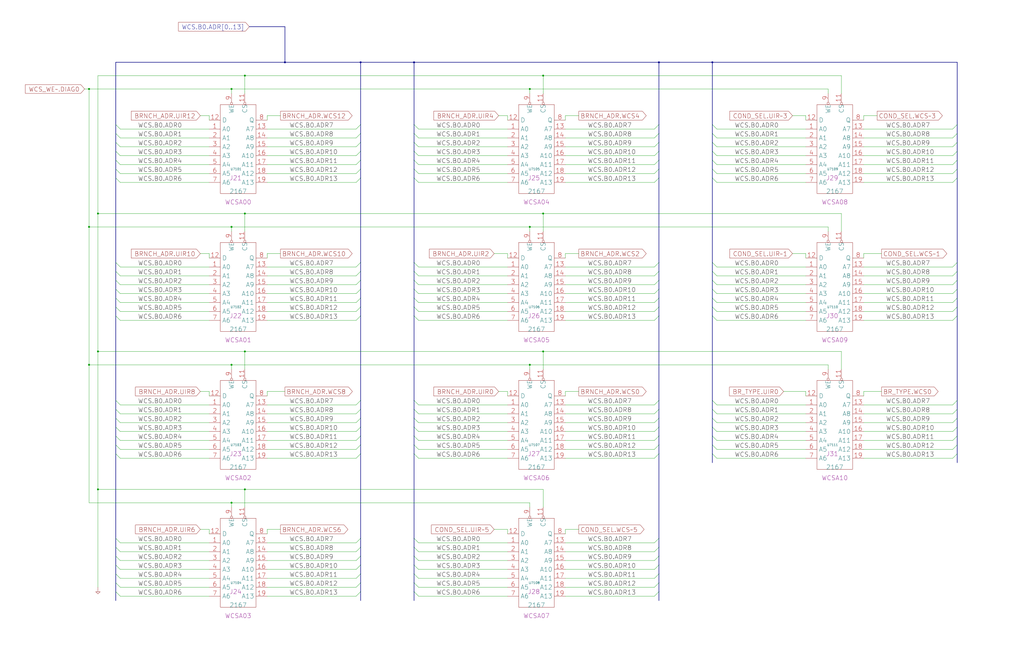
<source format=kicad_sch>
(kicad_sch (version 20230121) (generator eeschema)
  (paper "User" 584.2 378.46)
  (title_block (title "WRITABLE CONTROL STORE") (date "22-MAY-90") (rev "1.0") (comment 1 "SEQUENCER") (comment 2 "232-003064") (comment 3 "S400") (comment 4 "RELEASED"))
  (junction (at 132.08 129.54))
  (junction (at 132.08 287.02))
  (junction (at 406.4 35.56))
  (junction (at 139.7 200.66))
  (junction (at 302.26 50.8))
  (junction (at 139.7 43.18))
  (junction (at 309.88 200.66))
  (junction (at 55.88 279.4))
  (junction (at 139.7 279.4))
  (junction (at 50.8 50.8))
  (junction (at 132.08 208.28))
  (junction (at 50.8 208.28))
  (junction (at 139.7 121.92))
  (junction (at 132.08 50.8))
  (junction (at 205.74 35.56))
  (junction (at 302.26 208.28))
  (junction (at 309.88 43.18))
  (junction (at 302.26 129.54))
  (junction (at 55.88 121.92))
  (junction (at 236.22 35.56))
  (junction (at 309.88 121.92))
  (junction (at 50.8 129.54))
  (junction (at 375.92 35.56))
  (junction (at 162.56 35.56))
  (junction (at 55.88 200.66))
  (bus_entry (at 546.1 228.6) (size -2.54 2.54))
  (bus_entry (at 236.22 96.52) (size 2.54 2.54))
  (bus_entry (at 205.74 175.26) (size -2.54 2.54))
  (bus_entry (at 236.22 76.2) (size 2.54 2.54))
  (bus_entry (at 375.92 233.68) (size -2.54 2.54))
  (bus_entry (at 546.1 243.84) (size -2.54 2.54))
  (bus_entry (at 205.74 317.5) (size -2.54 2.54))
  (bus_entry (at 236.22 228.6) (size 2.54 2.54))
  (bus_entry (at 205.74 322.58) (size -2.54 2.54))
  (bus_entry (at 375.92 86.36) (size -2.54 2.54))
  (bus_entry (at 375.92 71.12) (size -2.54 2.54))
  (bus_entry (at 205.74 327.66) (size -2.54 2.54))
  (bus_entry (at 406.4 154.94) (size 2.54 2.54))
  (bus_entry (at 236.22 337.82) (size 2.54 2.54))
  (bus_entry (at 236.22 180.34) (size 2.54 2.54))
  (bus_entry (at 205.74 160.02) (size -2.54 2.54))
  (bus_entry (at 406.4 160.02) (size 2.54 2.54))
  (bus_entry (at 375.92 165.1) (size -2.54 2.54))
  (bus_entry (at 205.74 243.84) (size -2.54 2.54))
  (bus_entry (at 66.04 71.12) (size 2.54 2.54))
  (bus_entry (at 236.22 81.28) (size 2.54 2.54))
  (bus_entry (at 205.74 149.86) (size -2.54 2.54))
  (bus_entry (at 375.92 101.6) (size -2.54 2.54))
  (bus_entry (at 66.04 101.6) (size 2.54 2.54))
  (bus_entry (at 236.22 254) (size 2.54 2.54))
  (bus_entry (at 205.74 170.18) (size -2.54 2.54))
  (bus_entry (at 546.1 259.08) (size -2.54 2.54))
  (bus_entry (at 205.74 233.68) (size -2.54 2.54))
  (bus_entry (at 66.04 160.02) (size 2.54 2.54))
  (bus_entry (at 205.74 86.36) (size -2.54 2.54))
  (bus_entry (at 546.1 149.86) (size -2.54 2.54))
  (bus_entry (at 375.92 149.86) (size -2.54 2.54))
  (bus_entry (at 375.92 76.2) (size -2.54 2.54))
  (bus_entry (at 205.74 337.82) (size -2.54 2.54))
  (bus_entry (at 546.1 71.12) (size -2.54 2.54))
  (bus_entry (at 375.92 170.18) (size -2.54 2.54))
  (bus_entry (at 66.04 149.86) (size 2.54 2.54))
  (bus_entry (at 375.92 312.42) (size -2.54 2.54))
  (bus_entry (at 205.74 71.12) (size -2.54 2.54))
  (bus_entry (at 546.1 96.52) (size -2.54 2.54))
  (bus_entry (at 375.92 96.52) (size -2.54 2.54))
  (bus_entry (at 375.92 322.58) (size -2.54 2.54))
  (bus_entry (at 205.74 332.74) (size -2.54 2.54))
  (bus_entry (at 236.22 332.74) (size 2.54 2.54))
  (bus_entry (at 236.22 101.6) (size 2.54 2.54))
  (bus_entry (at 236.22 317.5) (size 2.54 2.54))
  (bus_entry (at 236.22 149.86) (size 2.54 2.54))
  (bus_entry (at 375.92 238.76) (size -2.54 2.54))
  (bus_entry (at 546.1 165.1) (size -2.54 2.54))
  (bus_entry (at 66.04 307.34) (size 2.54 2.54))
  (bus_entry (at 236.22 233.68) (size 2.54 2.54))
  (bus_entry (at 406.4 175.26) (size 2.54 2.54))
  (bus_entry (at 375.92 317.5) (size -2.54 2.54))
  (bus_entry (at 406.4 170.18) (size 2.54 2.54))
  (bus_entry (at 375.92 327.66) (size -2.54 2.54))
  (bus_entry (at 66.04 154.94) (size 2.54 2.54))
  (bus_entry (at 406.4 86.36) (size 2.54 2.54))
  (bus_entry (at 546.1 81.28) (size -2.54 2.54))
  (bus_entry (at 375.92 228.6) (size -2.54 2.54))
  (bus_entry (at 205.74 228.6) (size -2.54 2.54))
  (bus_entry (at 546.1 238.76) (size -2.54 2.54))
  (bus_entry (at 205.74 76.2) (size -2.54 2.54))
  (bus_entry (at 236.22 243.84) (size 2.54 2.54))
  (bus_entry (at 66.04 254) (size 2.54 2.54))
  (bus_entry (at 406.4 259.08) (size 2.54 2.54))
  (bus_entry (at 406.4 254) (size 2.54 2.54))
  (bus_entry (at 236.22 327.66) (size 2.54 2.54))
  (bus_entry (at 205.74 238.76) (size -2.54 2.54))
  (bus_entry (at 406.4 96.52) (size 2.54 2.54))
  (bus_entry (at 236.22 307.34) (size 2.54 2.54))
  (bus_entry (at 236.22 322.58) (size 2.54 2.54))
  (bus_entry (at 406.4 238.76) (size 2.54 2.54))
  (bus_entry (at 205.74 312.42) (size -2.54 2.54))
  (bus_entry (at 406.4 76.2) (size 2.54 2.54))
  (bus_entry (at 546.1 91.44) (size -2.54 2.54))
  (bus_entry (at 66.04 317.5) (size 2.54 2.54))
  (bus_entry (at 406.4 71.12) (size 2.54 2.54))
  (bus_entry (at 236.22 175.26) (size 2.54 2.54))
  (bus_entry (at 205.74 81.28) (size -2.54 2.54))
  (bus_entry (at 66.04 170.18) (size 2.54 2.54))
  (bus_entry (at 406.4 149.86) (size 2.54 2.54))
  (bus_entry (at 66.04 96.52) (size 2.54 2.54))
  (bus_entry (at 375.92 248.92) (size -2.54 2.54))
  (bus_entry (at 205.74 180.34) (size -2.54 2.54))
  (bus_entry (at 546.1 86.36) (size -2.54 2.54))
  (bus_entry (at 375.92 332.74) (size -2.54 2.54))
  (bus_entry (at 236.22 154.94) (size 2.54 2.54))
  (bus_entry (at 375.92 175.26) (size -2.54 2.54))
  (bus_entry (at 66.04 228.6) (size 2.54 2.54))
  (bus_entry (at 205.74 101.6) (size -2.54 2.54))
  (bus_entry (at 205.74 165.1) (size -2.54 2.54))
  (bus_entry (at 236.22 86.36) (size 2.54 2.54))
  (bus_entry (at 406.4 81.28) (size 2.54 2.54))
  (bus_entry (at 66.04 180.34) (size 2.54 2.54))
  (bus_entry (at 66.04 233.68) (size 2.54 2.54))
  (bus_entry (at 406.4 180.34) (size 2.54 2.54))
  (bus_entry (at 546.1 175.26) (size -2.54 2.54))
  (bus_entry (at 406.4 101.6) (size 2.54 2.54))
  (bus_entry (at 375.92 307.34) (size -2.54 2.54))
  (bus_entry (at 406.4 91.44) (size 2.54 2.54))
  (bus_entry (at 406.4 243.84) (size 2.54 2.54))
  (bus_entry (at 66.04 259.08) (size 2.54 2.54))
  (bus_entry (at 546.1 76.2) (size -2.54 2.54))
  (bus_entry (at 375.92 259.08) (size -2.54 2.54))
  (bus_entry (at 66.04 165.1) (size 2.54 2.54))
  (bus_entry (at 236.22 248.92) (size 2.54 2.54))
  (bus_entry (at 375.92 81.28) (size -2.54 2.54))
  (bus_entry (at 205.74 154.94) (size -2.54 2.54))
  (bus_entry (at 546.1 101.6) (size -2.54 2.54))
  (bus_entry (at 236.22 238.76) (size 2.54 2.54))
  (bus_entry (at 66.04 327.66) (size 2.54 2.54))
  (bus_entry (at 375.92 254) (size -2.54 2.54))
  (bus_entry (at 66.04 175.26) (size 2.54 2.54))
  (bus_entry (at 66.04 322.58) (size 2.54 2.54))
  (bus_entry (at 546.1 248.92) (size -2.54 2.54))
  (bus_entry (at 66.04 76.2) (size 2.54 2.54))
  (bus_entry (at 66.04 332.74) (size 2.54 2.54))
  (bus_entry (at 406.4 165.1) (size 2.54 2.54))
  (bus_entry (at 546.1 233.68) (size -2.54 2.54))
  (bus_entry (at 236.22 259.08) (size 2.54 2.54))
  (bus_entry (at 546.1 160.02) (size -2.54 2.54))
  (bus_entry (at 375.92 243.84) (size -2.54 2.54))
  (bus_entry (at 236.22 170.18) (size 2.54 2.54))
  (bus_entry (at 66.04 86.36) (size 2.54 2.54))
  (bus_entry (at 546.1 170.18) (size -2.54 2.54))
  (bus_entry (at 66.04 91.44) (size 2.54 2.54))
  (bus_entry (at 406.4 233.68) (size 2.54 2.54))
  (bus_entry (at 406.4 228.6) (size 2.54 2.54))
  (bus_entry (at 205.74 96.52) (size -2.54 2.54))
  (bus_entry (at 375.92 154.94) (size -2.54 2.54))
  (bus_entry (at 375.92 91.44) (size -2.54 2.54))
  (bus_entry (at 236.22 160.02) (size 2.54 2.54))
  (bus_entry (at 205.74 254) (size -2.54 2.54))
  (bus_entry (at 236.22 91.44) (size 2.54 2.54))
  (bus_entry (at 546.1 254) (size -2.54 2.54))
  (bus_entry (at 66.04 312.42) (size 2.54 2.54))
  (bus_entry (at 236.22 71.12) (size 2.54 2.54))
  (bus_entry (at 205.74 248.92) (size -2.54 2.54))
  (bus_entry (at 205.74 307.34) (size -2.54 2.54))
  (bus_entry (at 375.92 160.02) (size -2.54 2.54))
  (bus_entry (at 546.1 180.34) (size -2.54 2.54))
  (bus_entry (at 66.04 81.28) (size 2.54 2.54))
  (bus_entry (at 546.1 154.94) (size -2.54 2.54))
  (bus_entry (at 66.04 248.92) (size 2.54 2.54))
  (bus_entry (at 205.74 259.08) (size -2.54 2.54))
  (bus_entry (at 205.74 91.44) (size -2.54 2.54))
  (bus_entry (at 406.4 248.92) (size 2.54 2.54))
  (bus_entry (at 236.22 165.1) (size 2.54 2.54))
  (bus_entry (at 236.22 312.42) (size 2.54 2.54))
  (bus_entry (at 66.04 337.82) (size 2.54 2.54))
  (bus_entry (at 375.92 180.34) (size -2.54 2.54))
  (bus_entry (at 375.92 337.82) (size -2.54 2.54))
  (bus_entry (at 66.04 238.76) (size 2.54 2.54))
  (bus_entry (at 66.04 243.84) (size 2.54 2.54))
  (wire (pts (xy 132.08 208.28) (xy 302.26 208.28)))
  (wire (pts (xy 152.4 223.52) (xy 162.56 223.52)))
  (bus (pts (xy 66.04 76.2) (xy 66.04 81.28)))
  (bus (pts (xy 236.22 160.02) (xy 236.22 165.1)))
  (bus (pts (xy 406.4 175.26) (xy 406.4 180.34)))
  (bus (pts (xy 205.74 332.74) (xy 205.74 337.82)))
  (wire (pts (xy 408.94 88.9) (xy 459.74 88.9)))
  (bus (pts (xy 375.92 91.44) (xy 375.92 96.52)))
  (bus (pts (xy 205.74 228.6) (xy 205.74 233.68)))
  (bus (pts (xy 375.92 35.56) (xy 236.22 35.56)))
  (wire (pts (xy 281.94 302.26) (xy 289.56 302.26)))
  (bus (pts (xy 546.1 76.2) (xy 546.1 81.28)))
  (bus (pts (xy 546.1 243.84) (xy 546.1 248.92)))
  (bus (pts (xy 142.24 15.24) (xy 162.56 15.24)))
  (wire (pts (xy 152.4 157.48) (xy 203.2 157.48)))
  (wire (pts (xy 152.4 152.4) (xy 203.2 152.4)))
  (wire (pts (xy 238.76 157.48) (xy 289.56 157.48)))
  (wire (pts (xy 322.58 73.66) (xy 373.38 73.66)))
  (wire (pts (xy 408.94 261.62) (xy 459.74 261.62)))
  (wire (pts (xy 119.38 144.78) (xy 119.38 147.32)))
  (wire (pts (xy 152.4 261.62) (xy 203.2 261.62)))
  (wire (pts (xy 68.58 236.22) (xy 119.38 236.22)))
  (wire (pts (xy 114.3 302.26) (xy 119.38 302.26)))
  (wire (pts (xy 238.76 83.82) (xy 289.56 83.82)))
  (wire (pts (xy 322.58 256.54) (xy 373.38 256.54)))
  (wire (pts (xy 238.76 167.64) (xy 289.56 167.64)))
  (wire (pts (xy 50.8 287.02) (xy 132.08 287.02)))
  (bus (pts (xy 406.4 91.44) (xy 406.4 96.52)))
  (bus (pts (xy 406.4 254) (xy 406.4 259.08)))
  (wire (pts (xy 48.26 50.8) (xy 50.8 50.8)))
  (wire (pts (xy 238.76 162.56) (xy 289.56 162.56)))
  (wire (pts (xy 322.58 314.96) (xy 373.38 314.96)))
  (bus (pts (xy 205.74 154.94) (xy 205.74 160.02)))
  (wire (pts (xy 408.94 93.98) (xy 459.74 93.98)))
  (wire (pts (xy 322.58 325.12) (xy 373.38 325.12)))
  (bus (pts (xy 375.92 254) (xy 375.92 259.08)))
  (wire (pts (xy 322.58 302.26) (xy 330.2 302.26)))
  (wire (pts (xy 68.58 320.04) (xy 119.38 320.04)))
  (wire (pts (xy 492.76 162.56) (xy 543.56 162.56)))
  (wire (pts (xy 322.58 231.14) (xy 373.38 231.14)))
  (bus (pts (xy 236.22 180.34) (xy 236.22 228.6)))
  (wire (pts (xy 68.58 309.88) (xy 119.38 309.88)))
  (bus (pts (xy 66.04 175.26) (xy 66.04 180.34)))
  (wire (pts (xy 492.76 73.66) (xy 543.56 73.66)))
  (bus (pts (xy 375.92 96.52) (xy 375.92 101.6)))
  (bus (pts (xy 406.4 101.6) (xy 406.4 149.86)))
  (wire (pts (xy 132.08 208.28) (xy 132.08 210.82)))
  (bus (pts (xy 236.22 35.56) (xy 236.22 71.12)))
  (wire (pts (xy 68.58 261.62) (xy 119.38 261.62)))
  (bus (pts (xy 205.74 76.2) (xy 205.74 81.28)))
  (wire (pts (xy 68.58 182.88) (xy 119.38 182.88)))
  (bus (pts (xy 66.04 317.5) (xy 66.04 322.58)))
  (bus (pts (xy 205.74 101.6) (xy 205.74 149.86)))
  (wire (pts (xy 238.76 93.98) (xy 289.56 93.98)))
  (bus (pts (xy 205.74 91.44) (xy 205.74 96.52)))
  (bus (pts (xy 546.1 165.1) (xy 546.1 170.18)))
  (bus (pts (xy 375.92 149.86) (xy 375.92 154.94)))
  (wire (pts (xy 55.88 200.66) (xy 55.88 121.92)))
  (bus (pts (xy 66.04 96.52) (xy 66.04 101.6)))
  (wire (pts (xy 472.44 129.54) (xy 472.44 132.08)))
  (bus (pts (xy 66.04 81.28) (xy 66.04 86.36)))
  (bus (pts (xy 205.74 238.76) (xy 205.74 243.84)))
  (bus (pts (xy 375.92 322.58) (xy 375.92 327.66)))
  (wire (pts (xy 152.4 162.56) (xy 203.2 162.56)))
  (wire (pts (xy 152.4 167.64) (xy 203.2 167.64)))
  (wire (pts (xy 238.76 78.74) (xy 289.56 78.74)))
  (wire (pts (xy 152.4 340.36) (xy 203.2 340.36)))
  (bus (pts (xy 406.4 160.02) (xy 406.4 165.1)))
  (bus (pts (xy 406.4 238.76) (xy 406.4 243.84)))
  (wire (pts (xy 322.58 177.8) (xy 373.38 177.8)))
  (wire (pts (xy 309.88 121.92) (xy 309.88 132.08)))
  (bus (pts (xy 205.74 175.26) (xy 205.74 180.34)))
  (wire (pts (xy 68.58 104.14) (xy 119.38 104.14)))
  (wire (pts (xy 459.74 66.04) (xy 459.74 68.58)))
  (wire (pts (xy 492.76 99.06) (xy 543.56 99.06)))
  (bus (pts (xy 162.56 15.24) (xy 162.56 35.56)))
  (wire (pts (xy 408.94 241.3) (xy 459.74 241.3)))
  (bus (pts (xy 162.56 35.56) (xy 66.04 35.56)))
  (wire (pts (xy 238.76 251.46) (xy 289.56 251.46)))
  (wire (pts (xy 447.04 223.52) (xy 459.74 223.52)))
  (wire (pts (xy 322.58 172.72) (xy 373.38 172.72)))
  (wire (pts (xy 302.26 50.8) (xy 132.08 50.8)))
  (wire (pts (xy 322.58 83.82) (xy 373.38 83.82)))
  (wire (pts (xy 152.4 251.46) (xy 203.2 251.46)))
  (wire (pts (xy 152.4 93.98) (xy 203.2 93.98)))
  (wire (pts (xy 309.88 43.18) (xy 309.88 53.34)))
  (wire (pts (xy 408.94 78.74) (xy 459.74 78.74)))
  (bus (pts (xy 375.92 248.92) (xy 375.92 254)))
  (wire (pts (xy 68.58 172.72) (xy 119.38 172.72)))
  (wire (pts (xy 55.88 200.66) (xy 139.7 200.66)))
  (wire (pts (xy 492.76 66.04) (xy 500.38 66.04)))
  (wire (pts (xy 132.08 287.02) (xy 132.08 289.56)))
  (wire (pts (xy 119.38 223.52) (xy 119.38 226.06)))
  (wire (pts (xy 322.58 236.22) (xy 373.38 236.22)))
  (wire (pts (xy 492.76 236.22) (xy 543.56 236.22)))
  (bus (pts (xy 375.92 170.18) (xy 375.92 175.26)))
  (wire (pts (xy 408.94 104.14) (xy 459.74 104.14)))
  (wire (pts (xy 152.4 182.88) (xy 203.2 182.88)))
  (wire (pts (xy 492.76 231.14) (xy 543.56 231.14)))
  (bus (pts (xy 66.04 154.94) (xy 66.04 160.02)))
  (wire (pts (xy 302.26 129.54) (xy 472.44 129.54)))
  (wire (pts (xy 408.94 73.66) (xy 459.74 73.66)))
  (bus (pts (xy 546.1 254) (xy 546.1 259.08)))
  (wire (pts (xy 139.7 43.18) (xy 139.7 53.34)))
  (wire (pts (xy 302.26 287.02) (xy 302.26 289.56)))
  (wire (pts (xy 309.88 43.18) (xy 480.06 43.18)))
  (bus (pts (xy 66.04 322.58) (xy 66.04 327.66)))
  (wire (pts (xy 322.58 330.2) (xy 373.38 330.2)))
  (bus (pts (xy 66.04 91.44) (xy 66.04 96.52)))
  (bus (pts (xy 205.74 170.18) (xy 205.74 175.26)))
  (wire (pts (xy 152.4 177.8) (xy 203.2 177.8)))
  (bus (pts (xy 375.92 165.1) (xy 375.92 170.18)))
  (wire (pts (xy 408.94 256.54) (xy 459.74 256.54)))
  (bus (pts (xy 205.74 149.86) (xy 205.74 154.94)))
  (wire (pts (xy 322.58 99.06) (xy 373.38 99.06)))
  (wire (pts (xy 492.76 246.38) (xy 543.56 246.38)))
  (bus (pts (xy 205.74 86.36) (xy 205.74 91.44)))
  (wire (pts (xy 50.8 50.8) (xy 50.8 129.54)))
  (bus (pts (xy 375.92 238.76) (xy 375.92 243.84)))
  (wire (pts (xy 408.94 83.82) (xy 459.74 83.82)))
  (wire (pts (xy 302.26 129.54) (xy 302.26 132.08)))
  (wire (pts (xy 322.58 78.74) (xy 373.38 78.74)))
  (bus (pts (xy 546.1 233.68) (xy 546.1 238.76)))
  (wire (pts (xy 322.58 93.98) (xy 373.38 93.98)))
  (wire (pts (xy 408.94 236.22) (xy 459.74 236.22)))
  (wire (pts (xy 322.58 66.04) (xy 322.58 68.58)))
  (wire (pts (xy 152.4 73.66) (xy 203.2 73.66)))
  (bus (pts (xy 546.1 180.34) (xy 546.1 228.6)))
  (bus (pts (xy 66.04 238.76) (xy 66.04 243.84)))
  (wire (pts (xy 55.88 121.92) (xy 55.88 43.18)))
  (wire (pts (xy 68.58 73.66) (xy 119.38 73.66)))
  (bus (pts (xy 205.74 233.68) (xy 205.74 238.76)))
  (bus (pts (xy 546.1 228.6) (xy 546.1 233.68)))
  (wire (pts (xy 492.76 251.46) (xy 543.56 251.46)))
  (bus (pts (xy 205.74 317.5) (xy 205.74 322.58)))
  (wire (pts (xy 492.76 177.8) (xy 543.56 177.8)))
  (wire (pts (xy 289.56 144.78) (xy 289.56 147.32)))
  (bus (pts (xy 375.92 35.56) (xy 375.92 71.12)))
  (wire (pts (xy 322.58 320.04) (xy 373.38 320.04)))
  (wire (pts (xy 55.88 279.4) (xy 55.88 335.28)))
  (wire (pts (xy 322.58 182.88) (xy 373.38 182.88)))
  (wire (pts (xy 152.4 66.04) (xy 152.4 68.58)))
  (wire (pts (xy 330.2 144.78) (xy 322.58 144.78)))
  (bus (pts (xy 66.04 149.86) (xy 66.04 154.94)))
  (bus (pts (xy 66.04 170.18) (xy 66.04 175.26)))
  (bus (pts (xy 406.4 71.12) (xy 406.4 76.2)))
  (wire (pts (xy 238.76 152.4) (xy 289.56 152.4)))
  (bus (pts (xy 375.92 81.28) (xy 375.92 86.36)))
  (wire (pts (xy 238.76 330.2) (xy 289.56 330.2)))
  (bus (pts (xy 236.22 35.56) (xy 205.74 35.56)))
  (wire (pts (xy 152.4 246.38) (xy 203.2 246.38)))
  (wire (pts (xy 152.4 83.82) (xy 203.2 83.82)))
  (wire (pts (xy 50.8 129.54) (xy 50.8 208.28)))
  (bus (pts (xy 375.92 332.74) (xy 375.92 337.82)))
  (wire (pts (xy 289.56 223.52) (xy 289.56 226.06)))
  (wire (pts (xy 309.88 200.66) (xy 309.88 210.82)))
  (bus (pts (xy 406.4 243.84) (xy 406.4 248.92)))
  (bus (pts (xy 205.74 312.42) (xy 205.74 317.5)))
  (wire (pts (xy 160.02 66.04) (xy 152.4 66.04)))
  (wire (pts (xy 152.4 325.12) (xy 203.2 325.12)))
  (bus (pts (xy 375.92 317.5) (xy 375.92 322.58)))
  (wire (pts (xy 68.58 157.48) (xy 119.38 157.48)))
  (bus (pts (xy 406.4 81.28) (xy 406.4 86.36)))
  (wire (pts (xy 284.48 66.04) (xy 289.56 66.04)))
  (wire (pts (xy 68.58 231.14) (xy 119.38 231.14)))
  (wire (pts (xy 152.4 330.2) (xy 203.2 330.2)))
  (wire (pts (xy 68.58 177.8) (xy 119.38 177.8)))
  (wire (pts (xy 132.08 129.54) (xy 132.08 132.08)))
  (bus (pts (xy 406.4 154.94) (xy 406.4 160.02)))
  (bus (pts (xy 66.04 86.36) (xy 66.04 91.44)))
  (bus (pts (xy 375.92 86.36) (xy 375.92 91.44)))
  (bus (pts (xy 236.22 322.58) (xy 236.22 327.66)))
  (bus (pts (xy 236.22 254) (xy 236.22 259.08)))
  (wire (pts (xy 238.76 246.38) (xy 289.56 246.38)))
  (wire (pts (xy 459.74 144.78) (xy 459.74 147.32)))
  (wire (pts (xy 492.76 83.82) (xy 543.56 83.82)))
  (wire (pts (xy 408.94 231.14) (xy 459.74 231.14)))
  (bus (pts (xy 375.92 101.6) (xy 375.92 149.86)))
  (wire (pts (xy 152.4 302.26) (xy 160.02 302.26)))
  (bus (pts (xy 66.04 35.56) (xy 66.04 71.12)))
  (wire (pts (xy 119.38 66.04) (xy 119.38 68.58)))
  (bus (pts (xy 406.4 259.08) (xy 406.4 264.16)))
  (wire (pts (xy 322.58 88.9) (xy 373.38 88.9)))
  (wire (pts (xy 238.76 88.9) (xy 289.56 88.9)))
  (bus (pts (xy 205.74 327.66) (xy 205.74 332.74)))
  (wire (pts (xy 408.94 251.46) (xy 459.74 251.46)))
  (wire (pts (xy 492.76 261.62) (xy 543.56 261.62)))
  (bus (pts (xy 205.74 307.34) (xy 205.74 312.42)))
  (wire (pts (xy 50.8 208.28) (xy 50.8 287.02)))
  (wire (pts (xy 152.4 226.06) (xy 152.4 223.52)))
  (bus (pts (xy 375.92 175.26) (xy 375.92 180.34)))
  (wire (pts (xy 322.58 226.06) (xy 322.58 223.52)))
  (wire (pts (xy 309.88 121.92) (xy 480.06 121.92)))
  (bus (pts (xy 236.22 71.12) (xy 236.22 76.2)))
  (bus (pts (xy 406.4 248.92) (xy 406.4 254)))
  (wire (pts (xy 322.58 162.56) (xy 373.38 162.56)))
  (bus (pts (xy 66.04 254) (xy 66.04 259.08)))
  (wire (pts (xy 408.94 172.72) (xy 459.74 172.72)))
  (wire (pts (xy 139.7 279.4) (xy 139.7 289.56)))
  (bus (pts (xy 205.74 254) (xy 205.74 259.08)))
  (bus (pts (xy 546.1 35.56) (xy 546.1 71.12)))
  (wire (pts (xy 68.58 335.28) (xy 119.38 335.28)))
  (bus (pts (xy 66.04 243.84) (xy 66.04 248.92)))
  (wire (pts (xy 238.76 177.8) (xy 289.56 177.8)))
  (wire (pts (xy 309.88 200.66) (xy 480.06 200.66)))
  (wire (pts (xy 289.56 66.04) (xy 289.56 68.58)))
  (bus (pts (xy 205.74 71.12) (xy 205.74 76.2)))
  (wire (pts (xy 322.58 246.38) (xy 373.38 246.38)))
  (bus (pts (xy 236.22 96.52) (xy 236.22 101.6)))
  (wire (pts (xy 68.58 340.36) (xy 119.38 340.36)))
  (wire (pts (xy 492.76 167.64) (xy 543.56 167.64)))
  (bus (pts (xy 66.04 160.02) (xy 66.04 165.1)))
  (wire (pts (xy 68.58 83.82) (xy 119.38 83.82)))
  (bus (pts (xy 236.22 149.86) (xy 236.22 154.94)))
  (wire (pts (xy 492.76 88.9) (xy 543.56 88.9)))
  (wire (pts (xy 114.3 144.78) (xy 119.38 144.78)))
  (bus (pts (xy 205.74 259.08) (xy 205.74 307.34)))
  (wire (pts (xy 68.58 251.46) (xy 119.38 251.46)))
  (wire (pts (xy 152.4 335.28) (xy 203.2 335.28)))
  (wire (pts (xy 408.94 246.38) (xy 459.74 246.38)))
  (bus (pts (xy 406.4 96.52) (xy 406.4 101.6)))
  (wire (pts (xy 284.48 223.52) (xy 289.56 223.52)))
  (bus (pts (xy 205.74 35.56) (xy 205.74 71.12)))
  (wire (pts (xy 281.94 144.78) (xy 289.56 144.78)))
  (bus (pts (xy 205.74 35.56) (xy 162.56 35.56)))
  (bus (pts (xy 236.22 86.36) (xy 236.22 91.44)))
  (wire (pts (xy 492.76 104.14) (xy 543.56 104.14)))
  (bus (pts (xy 375.92 233.68) (xy 375.92 238.76)))
  (bus (pts (xy 375.92 259.08) (xy 375.92 307.34)))
  (wire (pts (xy 238.76 241.3) (xy 289.56 241.3)))
  (wire (pts (xy 152.4 88.9) (xy 203.2 88.9)))
  (wire (pts (xy 68.58 330.2) (xy 119.38 330.2)))
  (wire (pts (xy 408.94 177.8) (xy 459.74 177.8)))
  (bus (pts (xy 66.04 101.6) (xy 66.04 149.86)))
  (bus (pts (xy 66.04 337.82) (xy 66.04 342.9)))
  (bus (pts (xy 546.1 86.36) (xy 546.1 91.44)))
  (bus (pts (xy 236.22 337.82) (xy 236.22 342.9)))
  (wire (pts (xy 68.58 152.4) (xy 119.38 152.4)))
  (wire (pts (xy 330.2 66.04) (xy 322.58 66.04)))
  (wire (pts (xy 302.26 208.28) (xy 472.44 208.28)))
  (wire (pts (xy 132.08 129.54) (xy 302.26 129.54)))
  (wire (pts (xy 152.4 309.88) (xy 203.2 309.88)))
  (bus (pts (xy 66.04 233.68) (xy 66.04 238.76)))
  (bus (pts (xy 375.92 307.34) (xy 375.92 312.42)))
  (bus (pts (xy 236.22 307.34) (xy 236.22 312.42)))
  (wire (pts (xy 55.88 121.92) (xy 139.7 121.92)))
  (wire (pts (xy 408.94 152.4) (xy 459.74 152.4)))
  (bus (pts (xy 236.22 91.44) (xy 236.22 96.52)))
  (wire (pts (xy 322.58 223.52) (xy 330.2 223.52)))
  (wire (pts (xy 152.4 241.3) (xy 203.2 241.3)))
  (wire (pts (xy 68.58 314.96) (xy 119.38 314.96)))
  (bus (pts (xy 406.4 149.86) (xy 406.4 154.94)))
  (wire (pts (xy 472.44 208.28) (xy 472.44 210.82)))
  (wire (pts (xy 408.94 182.88) (xy 459.74 182.88)))
  (bus (pts (xy 546.1 175.26) (xy 546.1 180.34)))
  (wire (pts (xy 322.58 152.4) (xy 373.38 152.4)))
  (wire (pts (xy 480.06 43.18) (xy 480.06 53.34)))
  (wire (pts (xy 492.76 241.3) (xy 543.56 241.3)))
  (wire (pts (xy 68.58 241.3) (xy 119.38 241.3)))
  (bus (pts (xy 406.4 86.36) (xy 406.4 91.44)))
  (wire (pts (xy 492.76 78.74) (xy 543.56 78.74)))
  (wire (pts (xy 152.4 304.8) (xy 152.4 302.26)))
  (bus (pts (xy 66.04 228.6) (xy 66.04 233.68)))
  (bus (pts (xy 375.92 160.02) (xy 375.92 165.1)))
  (bus (pts (xy 236.22 248.92) (xy 236.22 254)))
  (wire (pts (xy 132.08 287.02) (xy 302.26 287.02)))
  (bus (pts (xy 375.92 228.6) (xy 375.92 233.68)))
  (wire (pts (xy 132.08 50.8) (xy 50.8 50.8)))
  (wire (pts (xy 302.26 208.28) (xy 302.26 210.82)))
  (bus (pts (xy 375.92 327.66) (xy 375.92 332.74)))
  (bus (pts (xy 236.22 170.18) (xy 236.22 175.26)))
  (wire (pts (xy 152.4 144.78) (xy 152.4 147.32)))
  (bus (pts (xy 205.74 165.1) (xy 205.74 170.18)))
  (wire (pts (xy 152.4 78.74) (xy 203.2 78.74)))
  (wire (pts (xy 68.58 167.64) (xy 119.38 167.64)))
  (wire (pts (xy 492.76 157.48) (xy 543.56 157.48)))
  (wire (pts (xy 139.7 43.18) (xy 309.88 43.18)))
  (wire (pts (xy 119.38 302.26) (xy 119.38 304.8)))
  (wire (pts (xy 492.76 93.98) (xy 543.56 93.98)))
  (bus (pts (xy 236.22 312.42) (xy 236.22 317.5)))
  (bus (pts (xy 375.92 180.34) (xy 375.92 228.6)))
  (bus (pts (xy 236.22 238.76) (xy 236.22 243.84)))
  (wire (pts (xy 322.58 340.36) (xy 373.38 340.36)))
  (bus (pts (xy 375.92 76.2) (xy 375.92 81.28)))
  (bus (pts (xy 66.04 327.66) (xy 66.04 332.74)))
  (wire (pts (xy 238.76 314.96) (xy 289.56 314.96)))
  (bus (pts (xy 205.74 180.34) (xy 205.74 228.6)))
  (bus (pts (xy 546.1 71.12) (xy 546.1 76.2)))
  (wire (pts (xy 152.4 320.04) (xy 203.2 320.04)))
  (wire (pts (xy 322.58 104.14) (xy 373.38 104.14)))
  (wire (pts (xy 492.76 152.4) (xy 543.56 152.4)))
  (bus (pts (xy 546.1 259.08) (xy 546.1 264.16)))
  (bus (pts (xy 236.22 332.74) (xy 236.22 337.82)))
  (wire (pts (xy 322.58 251.46) (xy 373.38 251.46)))
  (bus (pts (xy 66.04 180.34) (xy 66.04 228.6)))
  (bus (pts (xy 375.92 243.84) (xy 375.92 248.92)))
  (wire (pts (xy 152.4 236.22) (xy 203.2 236.22)))
  (wire (pts (xy 160.02 144.78) (xy 152.4 144.78)))
  (wire (pts (xy 238.76 309.88) (xy 289.56 309.88)))
  (wire (pts (xy 68.58 246.38) (xy 119.38 246.38)))
  (bus (pts (xy 236.22 76.2) (xy 236.22 81.28)))
  (bus (pts (xy 546.1 96.52) (xy 546.1 101.6)))
  (wire (pts (xy 492.76 182.88) (xy 543.56 182.88)))
  (bus (pts (xy 66.04 307.34) (xy 66.04 312.42)))
  (bus (pts (xy 406.4 165.1) (xy 406.4 170.18)))
  (wire (pts (xy 114.3 66.04) (xy 119.38 66.04)))
  (bus (pts (xy 406.4 170.18) (xy 406.4 175.26)))
  (bus (pts (xy 406.4 35.56) (xy 375.92 35.56)))
  (bus (pts (xy 66.04 165.1) (xy 66.04 170.18)))
  (bus (pts (xy 546.1 101.6) (xy 546.1 149.86)))
  (wire (pts (xy 480.06 132.08) (xy 480.06 121.92)))
  (wire (pts (xy 152.4 256.54) (xy 203.2 256.54)))
  (wire (pts (xy 452.12 144.78) (xy 459.74 144.78)))
  (bus (pts (xy 546.1 91.44) (xy 546.1 96.52)))
  (bus (pts (xy 205.74 248.92) (xy 205.74 254)))
  (wire (pts (xy 492.76 147.32) (xy 492.76 144.78)))
  (wire (pts (xy 238.76 261.62) (xy 289.56 261.62)))
  (wire (pts (xy 289.56 302.26) (xy 289.56 304.8)))
  (bus (pts (xy 205.74 96.52) (xy 205.74 101.6)))
  (bus (pts (xy 546.1 238.76) (xy 546.1 243.84)))
  (wire (pts (xy 238.76 236.22) (xy 289.56 236.22)))
  (bus (pts (xy 236.22 327.66) (xy 236.22 332.74)))
  (wire (pts (xy 322.58 144.78) (xy 322.58 147.32)))
  (bus (pts (xy 546.1 160.02) (xy 546.1 165.1)))
  (bus (pts (xy 66.04 312.42) (xy 66.04 317.5)))
  (bus (pts (xy 236.22 228.6) (xy 236.22 233.68)))
  (wire (pts (xy 68.58 325.12) (xy 119.38 325.12)))
  (wire (pts (xy 492.76 172.72) (xy 543.56 172.72)))
  (wire (pts (xy 152.4 104.14) (xy 203.2 104.14)))
  (wire (pts (xy 238.76 73.66) (xy 289.56 73.66)))
  (wire (pts (xy 152.4 172.72) (xy 203.2 172.72)))
  (wire (pts (xy 322.58 309.88) (xy 373.38 309.88)))
  (wire (pts (xy 492.76 223.52) (xy 502.92 223.52)))
  (wire (pts (xy 322.58 261.62) (xy 373.38 261.62)))
  (bus (pts (xy 375.92 154.94) (xy 375.92 160.02)))
  (bus (pts (xy 406.4 233.68) (xy 406.4 238.76)))
  (wire (pts (xy 55.88 43.18) (xy 139.7 43.18)))
  (wire (pts (xy 68.58 88.9) (xy 119.38 88.9)))
  (wire (pts (xy 68.58 93.98) (xy 119.38 93.98)))
  (wire (pts (xy 139.7 200.66) (xy 309.88 200.66)))
  (bus (pts (xy 236.22 81.28) (xy 236.22 86.36)))
  (bus (pts (xy 406.4 228.6) (xy 406.4 233.68)))
  (bus (pts (xy 406.4 76.2) (xy 406.4 81.28)))
  (wire (pts (xy 68.58 162.56) (xy 119.38 162.56)))
  (wire (pts (xy 238.76 325.12) (xy 289.56 325.12)))
  (bus (pts (xy 375.92 312.42) (xy 375.92 317.5)))
  (bus (pts (xy 205.74 160.02) (xy 205.74 165.1)))
  (wire (pts (xy 139.7 121.92) (xy 139.7 132.08)))
  (wire (pts (xy 322.58 241.3) (xy 373.38 241.3)))
  (wire (pts (xy 302.26 50.8) (xy 302.26 53.34)))
  (wire (pts (xy 238.76 182.88) (xy 289.56 182.88)))
  (wire (pts (xy 492.76 226.06) (xy 492.76 223.52)))
  (wire (pts (xy 408.94 167.64) (xy 459.74 167.64)))
  (wire (pts (xy 152.4 314.96) (xy 203.2 314.96)))
  (wire (pts (xy 139.7 200.66) (xy 139.7 210.82)))
  (bus (pts (xy 406.4 35.56) (xy 406.4 71.12)))
  (bus (pts (xy 546.1 248.92) (xy 546.1 254)))
  (wire (pts (xy 238.76 172.72) (xy 289.56 172.72)))
  (bus (pts (xy 546.1 149.86) (xy 546.1 154.94)))
  (bus (pts (xy 236.22 259.08) (xy 236.22 307.34)))
  (bus (pts (xy 406.4 180.34) (xy 406.4 228.6)))
  (bus (pts (xy 546.1 81.28) (xy 546.1 86.36)))
  (bus (pts (xy 236.22 243.84) (xy 236.22 248.92)))
  (wire (pts (xy 114.3 223.52) (xy 119.38 223.52)))
  (bus (pts (xy 66.04 332.74) (xy 66.04 337.82)))
  (wire (pts (xy 238.76 256.54) (xy 289.56 256.54)))
  (wire (pts (xy 238.76 231.14) (xy 289.56 231.14)))
  (wire (pts (xy 472.44 50.8) (xy 302.26 50.8)))
  (wire (pts (xy 459.74 223.52) (xy 459.74 226.06)))
  (bus (pts (xy 375.92 71.12) (xy 375.92 76.2)))
  (wire (pts (xy 238.76 104.14) (xy 289.56 104.14)))
  (wire (pts (xy 492.76 144.78) (xy 502.92 144.78)))
  (bus (pts (xy 66.04 259.08) (xy 66.04 307.34)))
  (wire (pts (xy 152.4 99.06) (xy 203.2 99.06)))
  (wire (pts (xy 480.06 210.82) (xy 480.06 200.66)))
  (bus (pts (xy 236.22 175.26) (xy 236.22 180.34)))
  (bus (pts (xy 375.92 337.82) (xy 375.92 342.9)))
  (wire (pts (xy 238.76 320.04) (xy 289.56 320.04)))
  (wire (pts (xy 139.7 121.92) (xy 309.88 121.92)))
  (bus (pts (xy 205.74 243.84) (xy 205.74 248.92)))
  (wire (pts (xy 408.94 157.48) (xy 459.74 157.48)))
  (wire (pts (xy 322.58 335.28) (xy 373.38 335.28)))
  (bus (pts (xy 236.22 317.5) (xy 236.22 322.58)))
  (wire (pts (xy 238.76 335.28) (xy 289.56 335.28)))
  (wire (pts (xy 472.44 53.34) (xy 472.44 50.8)))
  (wire (pts (xy 55.88 279.4) (xy 55.88 200.66)))
  (bus (pts (xy 236.22 233.68) (xy 236.22 238.76)))
  (wire (pts (xy 322.58 304.8) (xy 322.58 302.26)))
  (wire (pts (xy 50.8 208.28) (xy 132.08 208.28)))
  (wire (pts (xy 309.88 289.56) (xy 309.88 279.4)))
  (bus (pts (xy 236.22 154.94) (xy 236.22 160.02)))
  (wire (pts (xy 139.7 279.4) (xy 55.88 279.4)))
  (bus (pts (xy 66.04 71.12) (xy 66.04 76.2)))
  (wire (pts (xy 492.76 256.54) (xy 543.56 256.54)))
  (wire (pts (xy 322.58 157.48) (xy 373.38 157.48)))
  (bus (pts (xy 66.04 248.92) (xy 66.04 254)))
  (wire (pts (xy 50.8 129.54) (xy 132.08 129.54)))
  (wire (pts (xy 68.58 78.74) (xy 119.38 78.74)))
  (wire (pts (xy 408.94 162.56) (xy 459.74 162.56)))
  (bus (pts (xy 205.74 322.58) (xy 205.74 327.66)))
  (wire (pts (xy 238.76 340.36) (xy 289.56 340.36)))
  (bus (pts (xy 236.22 165.1) (xy 236.22 170.18)))
  (wire (pts (xy 132.08 50.8) (xy 132.08 53.34)))
  (bus (pts (xy 205.74 81.28) (xy 205.74 86.36)))
  (bus (pts (xy 205.74 337.82) (xy 205.74 342.9)))
  (wire (pts (xy 492.76 68.58) (xy 492.76 66.04)))
  (wire (pts (xy 408.94 99.06) (xy 459.74 99.06)))
  (wire (pts (xy 452.12 66.04) (xy 459.74 66.04)))
  (wire (pts (xy 68.58 256.54) (xy 119.38 256.54)))
  (bus (pts (xy 546.1 170.18) (xy 546.1 175.26)))
  (wire (pts (xy 322.58 167.64) (xy 373.38 167.64)))
  (bus (pts (xy 236.22 101.6) (xy 236.22 149.86)))
  (bus (pts (xy 546.1 154.94) (xy 546.1 160.02)))
  (wire (pts (xy 152.4 231.14) (xy 203.2 231.14)))
  (wire (pts (xy 238.76 99.06) (xy 289.56 99.06)))
  (wire (pts (xy 68.58 99.06) (xy 119.38 99.06)))
  (bus (pts (xy 546.1 35.56) (xy 406.4 35.56)))
  (wire (pts (xy 309.88 279.4) (xy 139.7 279.4)))
  (label "WCS.B0.ADR12" (at 505.46 99.06 0) (effects (font (size 2.54 2.54))))
  (label "WCS.B0.ADR6" (at 419.1 261.62 0) (effects (font (size 2.54 2.54))))
  (label "WCS.B0.ADR0" (at 419.1 152.4 0) (effects (font (size 2.54 2.54))))
  (label "WCS.B0.ADR1" (at 78.74 314.96 0) (effects (font (size 2.54 2.54))))
  (label "WCS.B0.ADR1" (at 78.74 157.48 0) (effects (font (size 2.54 2.54))))
  (label "WCS.B0.ADR12" (at 335.28 177.8 0) (effects (font (size 2.54 2.54))))
  (label "WCS.B0.ADR7" (at 335.28 152.4 0) (effects (font (size 2.54 2.54))))
  (label "WCS.B0.ADR0" (at 248.92 231.14 0) (effects (font (size 2.54 2.54))))
  (label "WCS.B0.ADR2" (at 78.74 320.04 0) (effects (font (size 2.54 2.54))))
  (label "WCS.B0.ADR11" (at 165.1 251.46 0) (effects (font (size 2.54 2.54))))
  (label "WCS.B0.ADR10" (at 505.46 88.9 0) (effects (font (size 2.54 2.54))))
  (label "WCS.B0.ADR5" (at 419.1 256.54 0) (effects (font (size 2.54 2.54))))
  (label "WCS.B0.ADR1" (at 419.1 236.22 0) (effects (font (size 2.54 2.54))))
  (label "WCS.B0.ADR9" (at 165.1 162.56 0) (effects (font (size 2.54 2.54))))
  (label "WCS.B0.ADR13" (at 165.1 261.62 0) (effects (font (size 2.54 2.54))))
  (label "WCS.B0.ADR4" (at 248.92 330.2 0) (effects (font (size 2.54 2.54))))
  (label "WCS.B0.ADR13" (at 335.28 340.36 0) (effects (font (size 2.54 2.54))))
  (label "WCS.B0.ADR8" (at 335.28 78.74 0) (effects (font (size 2.54 2.54))))
  (label "WCS.B0.ADR8" (at 165.1 78.74 0) (effects (font (size 2.54 2.54))))
  (label "WCS.B0.ADR2" (at 248.92 162.56 0) (effects (font (size 2.54 2.54))))
  (label "WCS.B0.ADR10" (at 335.28 88.9 0) (effects (font (size 2.54 2.54))))
  (label "WCS.B0.ADR0" (at 419.1 73.66 0) (effects (font (size 2.54 2.54))))
  (label "WCS.B0.ADR2" (at 248.92 83.82 0) (effects (font (size 2.54 2.54))))
  (label "WCS.B0.ADR10" (at 335.28 325.12 0) (effects (font (size 2.54 2.54))))
  (label "WCS.B0.ADR8" (at 165.1 314.96 0) (effects (font (size 2.54 2.54))))
  (label "WCS.B0.ADR8" (at 505.46 78.74 0) (effects (font (size 2.54 2.54))))
  (label "WCS.B0.ADR10" (at 165.1 88.9 0) (effects (font (size 2.54 2.54))))
  (label "WCS.B0.ADR6" (at 419.1 182.88 0) (effects (font (size 2.54 2.54))))
  (label "WCS.B0.ADR6" (at 78.74 182.88 0) (effects (font (size 2.54 2.54))))
  (label "WCS.B0.ADR9" (at 505.46 83.82 0) (effects (font (size 2.54 2.54))))
  (label "WCS.B0.ADR2" (at 78.74 83.82 0) (effects (font (size 2.54 2.54))))
  (label "WCS.B0.ADR5" (at 248.92 99.06 0) (effects (font (size 2.54 2.54))))
  (label "WCS.B0.ADR5" (at 78.74 177.8 0) (effects (font (size 2.54 2.54))))
  (label "WCS.B0.ADR7" (at 335.28 231.14 0) (effects (font (size 2.54 2.54))))
  (label "WCS.B0.ADR4" (at 78.74 330.2 0) (effects (font (size 2.54 2.54))))
  (label "WCS.B0.ADR6" (at 419.1 104.14 0) (effects (font (size 2.54 2.54))))
  (label "WCS.B0.ADR11" (at 505.46 172.72 0) (effects (font (size 2.54 2.54))))
  (label "WCS.B0.ADR1" (at 248.92 314.96 0) (effects (font (size 2.54 2.54))))
  (label "WCS.B0.ADR13" (at 335.28 104.14 0) (effects (font (size 2.54 2.54))))
  (label "WCS.B0.ADR9" (at 335.28 83.82 0) (effects (font (size 2.54 2.54))))
  (label "WCS.B0.ADR4" (at 419.1 172.72 0) (effects (font (size 2.54 2.54))))
  (label "WCS.B0.ADR13" (at 165.1 340.36 0) (effects (font (size 2.54 2.54))))
  (label "WCS.B0.ADR9" (at 335.28 241.3 0) (effects (font (size 2.54 2.54))))
  (label "WCS.B0.ADR0" (at 248.92 309.88 0) (effects (font (size 2.54 2.54))))
  (label "WCS.B0.ADR3" (at 78.74 167.64 0) (effects (font (size 2.54 2.54))))
  (label "WCS.B0.ADR8" (at 335.28 236.22 0) (effects (font (size 2.54 2.54))))
  (label "WCS.B0.ADR1" (at 419.1 157.48 0) (effects (font (size 2.54 2.54))))
  (label "WCS.B0.ADR9" (at 165.1 320.04 0) (effects (font (size 2.54 2.54))))
  (label "WCS.B0.ADR3" (at 248.92 246.38 0) (effects (font (size 2.54 2.54))))
  (label "WCS.B0.ADR7" (at 165.1 231.14 0) (effects (font (size 2.54 2.54))))
  (label "WCS.B0.ADR4" (at 248.92 172.72 0) (effects (font (size 2.54 2.54))))
  (label "WCS.B0.ADR7" (at 165.1 152.4 0) (effects (font (size 2.54 2.54))))
  (label "WCS.B0.ADR9" (at 505.46 241.3 0) (effects (font (size 2.54 2.54))))
  (label "WCS.B0.ADR8" (at 165.1 236.22 0) (effects (font (size 2.54 2.54))))
  (label "WCS.B0.ADR1" (at 248.92 157.48 0) (effects (font (size 2.54 2.54))))
  (label "WCS.B0.ADR13" (at 505.46 261.62 0) (effects (font (size 2.54 2.54))))
  (label "WCS.B0.ADR1" (at 419.1 78.74 0) (effects (font (size 2.54 2.54))))
  (label "WCS.B0.ADR12" (at 165.1 335.28 0) (effects (font (size 2.54 2.54))))
  (label "WCS.B0.ADR5" (at 78.74 256.54 0) (effects (font (size 2.54 2.54))))
  (label "WCS.B0.ADR10" (at 505.46 167.64 0) (effects (font (size 2.54 2.54))))
  (label "WCS.B0.ADR9" (at 505.46 162.56 0) (effects (font (size 2.54 2.54))))
  (label "WCS.B0.ADR12" (at 505.46 177.8 0) (effects (font (size 2.54 2.54))))
  (label "WCS.B0.ADR12" (at 335.28 99.06 0) (effects (font (size 2.54 2.54))))
  (label "WCS.B0.ADR11" (at 505.46 93.98 0) (effects (font (size 2.54 2.54))))
  (label "WCS.B0.ADR0" (at 248.92 73.66 0) (effects (font (size 2.54 2.54))))
  (label "WCS.B0.ADR10" (at 165.1 246.38 0) (effects (font (size 2.54 2.54))))
  (label "WCS.B0.ADR1" (at 78.74 236.22 0) (effects (font (size 2.54 2.54))))
  (label "WCS.B0.ADR11" (at 165.1 330.2 0) (effects (font (size 2.54 2.54))))
  (label "WCS.B0.ADR10" (at 335.28 246.38 0) (effects (font (size 2.54 2.54))))
  (label "WCS.B0.ADR6" (at 248.92 261.62 0) (effects (font (size 2.54 2.54))))
  (label "WCS.B0.ADR12" (at 165.1 177.8 0) (effects (font (size 2.54 2.54))))
  (label "WCS.B0.ADR7" (at 505.46 73.66 0) (effects (font (size 2.54 2.54))))
  (label "WCS.B0.ADR5" (at 248.92 177.8 0) (effects (font (size 2.54 2.54))))
  (label "WCS.B0.ADR12" (at 165.1 99.06 0) (effects (font (size 2.54 2.54))))
  (label "WCS.B0.ADR11" (at 505.46 251.46 0) (effects (font (size 2.54 2.54))))
  (label "WCS.B0.ADR3" (at 78.74 88.9 0) (effects (font (size 2.54 2.54))))
  (label "WCS.B0.ADR2" (at 248.92 241.3 0) (effects (font (size 2.54 2.54))))
  (label "WCS.B0.ADR11" (at 335.28 251.46 0) (effects (font (size 2.54 2.54))))
  (label "WCS.B0.ADR5" (at 78.74 335.28 0) (effects (font (size 2.54 2.54))))
  (label "WCS.B0.ADR12" (at 165.1 256.54 0) (effects (font (size 2.54 2.54))))
  (label "WCS.B0.ADR13" (at 335.28 182.88 0) (effects (font (size 2.54 2.54))))
  (label "WCS.B0.ADR2" (at 248.92 320.04 0) (effects (font (size 2.54 2.54))))
  (label "WCS.B0.ADR3" (at 419.1 246.38 0) (effects (font (size 2.54 2.54))))
  (label "WCS.B0.ADR6" (at 248.92 182.88 0) (effects (font (size 2.54 2.54))))
  (label "WCS.B0.ADR10" (at 165.1 325.12 0) (effects (font (size 2.54 2.54))))
  (label "WCS.B0.ADR4" (at 78.74 93.98 0) (effects (font (size 2.54 2.54))))
  (label "WCS.B0.ADR13" (at 335.28 261.62 0) (effects (font (size 2.54 2.54))))
  (label "WCS.B0.ADR3" (at 248.92 88.9 0) (effects (font (size 2.54 2.54))))
  (label "WCS.B0.ADR3" (at 419.1 167.64 0) (effects (font (size 2.54 2.54))))
  (label "WCS.B0.ADR12" (at 335.28 335.28 0) (effects (font (size 2.54 2.54))))
  (label "WCS.B0.ADR11" (at 335.28 172.72 0) (effects (font (size 2.54 2.54))))
  (label "WCS.B0.ADR13" (at 165.1 104.14 0) (effects (font (size 2.54 2.54))))
  (label "WCS.B0.ADR8" (at 335.28 314.96 0) (effects (font (size 2.54 2.54))))
  (label "WCS.B0.ADR4" (at 78.74 172.72 0) (effects (font (size 2.54 2.54))))
  (label "WCS.B0.ADR2" (at 419.1 83.82 0) (effects (font (size 2.54 2.54))))
  (label "WCS.B0.ADR4" (at 78.74 251.46 0) (effects (font (size 2.54 2.54))))
  (label "WCS.B0.ADR1" (at 78.74 78.74 0) (effects (font (size 2.54 2.54))))
  (label "WCS.B0.ADR12" (at 335.28 256.54 0) (effects (font (size 2.54 2.54))))
  (label "WCS.B0.ADR0" (at 248.92 152.4 0) (effects (font (size 2.54 2.54))))
  (label "WCS.B0.ADR0" (at 78.74 152.4 0) (effects (font (size 2.54 2.54))))
  (label "WCS.B0.ADR3" (at 248.92 325.12 0) (effects (font (size 2.54 2.54))))
  (label "WCS.B0.ADR7" (at 335.28 73.66 0) (effects (font (size 2.54 2.54))))
  (label "WCS.B0.ADR9" (at 335.28 320.04 0) (effects (font (size 2.54 2.54))))
  (label "WCS.B0.ADR8" (at 165.1 157.48 0) (effects (font (size 2.54 2.54))))
  (label "WCS.B0.ADR6" (at 78.74 104.14 0) (effects (font (size 2.54 2.54))))
  (label "WCS.B0.ADR9" (at 335.28 162.56 0) (effects (font (size 2.54 2.54))))
  (label "WCS.B0.ADR11" (at 165.1 93.98 0) (effects (font (size 2.54 2.54))))
  (label "WCS.B0.ADR2" (at 419.1 162.56 0) (effects (font (size 2.54 2.54))))
  (label "WCS.B0.ADR0" (at 78.74 231.14 0) (effects (font (size 2.54 2.54))))
  (label "WCS.B0.ADR3" (at 78.74 246.38 0) (effects (font (size 2.54 2.54))))
  (label "WCS.B0.ADR6" (at 248.92 104.14 0) (effects (font (size 2.54 2.54))))
  (label "WCS.B0.ADR3" (at 419.1 88.9 0) (effects (font (size 2.54 2.54))))
  (label "WCS.B0.ADR4" (at 248.92 93.98 0) (effects (font (size 2.54 2.54))))
  (label "WCS.B0.ADR5" (at 248.92 256.54 0) (effects (font (size 2.54 2.54))))
  (label "WCS.B0.ADR10" (at 505.46 246.38 0) (effects (font (size 2.54 2.54))))
  (label "WCS.B0.ADR3" (at 248.92 167.64 0) (effects (font (size 2.54 2.54))))
  (label "WCS.B0.ADR0" (at 419.1 231.14 0) (effects (font (size 2.54 2.54))))
  (label "WCS.B0.ADR5" (at 78.74 99.06 0) (effects (font (size 2.54 2.54))))
  (label "WCS.B0.ADR2" (at 78.74 162.56 0) (effects (font (size 2.54 2.54))))
  (label "WCS.B0.ADR1" (at 248.92 236.22 0) (effects (font (size 2.54 2.54))))
  (label "WCS.B0.ADR4" (at 419.1 251.46 0) (effects (font (size 2.54 2.54))))
  (label "WCS.B0.ADR13" (at 505.46 182.88 0) (effects (font (size 2.54 2.54))))
  (label "WCS.B0.ADR13" (at 165.1 182.88 0) (effects (font (size 2.54 2.54))))
  (label "WCS.B0.ADR7" (at 505.46 231.14 0) (effects (font (size 2.54 2.54))))
  (label "WCS.B0.ADR12" (at 505.46 256.54 0) (effects (font (size 2.54 2.54))))
  (label "WCS.B0.ADR9" (at 165.1 83.82 0) (effects (font (size 2.54 2.54))))
  (label "WCS.B0.ADR2" (at 419.1 241.3 0) (effects (font (size 2.54 2.54))))
  (label "WCS.B0.ADR4" (at 419.1 93.98 0) (effects (font (size 2.54 2.54))))
  (label "WCS.B0.ADR5" (at 248.92 335.28 0) (effects (font (size 2.54 2.54))))
  (label "WCS.B0.ADR1" (at 248.92 78.74 0) (effects (font (size 2.54 2.54))))
  (label "WCS.B0.ADR7" (at 165.1 309.88 0) (effects (font (size 2.54 2.54))))
  (label "WCS.B0.ADR7" (at 335.28 309.88 0) (effects (font (size 2.54 2.54))))
  (label "WCS.B0.ADR3" (at 78.74 325.12 0) (effects (font (size 2.54 2.54))))
  (label "WCS.B0.ADR8" (at 505.46 157.48 0) (effects (font (size 2.54 2.54))))
  (label "WCS.B0.ADR8" (at 505.46 236.22 0) (effects (font (size 2.54 2.54))))
  (label "WCS.B0.ADR6" (at 78.74 340.36 0) (effects (font (size 2.54 2.54))))
  (label "WCS.B0.ADR9" (at 165.1 241.3 0) (effects (font (size 2.54 2.54))))
  (label "WCS.B0.ADR6" (at 248.92 340.36 0) (effects (font (size 2.54 2.54))))
  (label "WCS.B0.ADR10" (at 165.1 167.64 0) (effects (font (size 2.54 2.54))))
  (label "WCS.B0.ADR7" (at 165.1 73.66 0) (effects (font (size 2.54 2.54))))
  (label "WCS.B0.ADR4" (at 248.92 251.46 0) (effects (font (size 2.54 2.54))))
  (label "WCS.B0.ADR10" (at 335.28 167.64 0) (effects (font (size 2.54 2.54))))
  (label "WCS.B0.ADR13" (at 505.46 104.14 0) (effects (font (size 2.54 2.54))))
  (label "WCS.B0.ADR11" (at 335.28 93.98 0) (effects (font (size 2.54 2.54))))
  (label "WCS.B0.ADR5" (at 419.1 99.06 0) (effects (font (size 2.54 2.54))))
  (label "WCS.B0.ADR0" (at 78.74 309.88 0) (effects (font (size 2.54 2.54))))
  (label "WCS.B0.ADR0" (at 78.74 73.66 0) (effects (font (size 2.54 2.54))))
  (label "WCS.B0.ADR6" (at 78.74 261.62 0) (effects (font (size 2.54 2.54))))
  (label "WCS.B0.ADR11" (at 335.28 330.2 0) (effects (font (size 2.54 2.54))))
  (label "WCS.B0.ADR11" (at 165.1 172.72 0) (effects (font (size 2.54 2.54))))
  (label "WCS.B0.ADR5" (at 419.1 177.8 0) (effects (font (size 2.54 2.54))))
  (label "WCS.B0.ADR8" (at 335.28 157.48 0) (effects (font (size 2.54 2.54))))
  (label "WCS.B0.ADR2" (at 78.74 241.3 0) (effects (font (size 2.54 2.54))))
  (label "WCS.B0.ADR7" (at 505.46 152.4 0) (effects (font (size 2.54 2.54))))
  (global_label "BRNCH_ADR.WCS6" (shape output) (at 160.02 302.26 0) (effects (font (size 2.54 2.54))) (property "Intersheetrefs" "${INTERSHEET_REFS}" (at 198.4708 302.1013 0) (effects (font (size 1.905 1.905)) (justify left))))
  (global_label "COND_SEL.WCS~3" (shape output) (at 500.38 66.04 0) (effects (font (size 2.54 2.54))) (property "Intersheetrefs" "${INTERSHEET_REFS}" (at 537.6212 65.8813 0) (effects (font (size 1.905 1.905)) (justify left))))
  (global_label "COND_SEL.WCS~5" (shape output) (at 330.2 302.26 0) (effects (font (size 2.54 2.54))) (property "Intersheetrefs" "${INTERSHEET_REFS}" (at 367.4412 302.1013 0) (effects (font (size 1.905 1.905)) (justify left))))
  (global_label "BRNCH_ADR.UIR4" (shape input) (at 284.48 66.04 180) (effects (font (size 2.54 2.54))) (property "Intersheetrefs" "${INTERSHEET_REFS}" (at 247.4807 65.8813 0) (effects (font (size 1.905 1.905)) (justify right))))
  (global_label "WCS_WE~.DIAG0" (shape input) (at 48.26 50.8 180) (effects (font (size 2.54 2.54))) (property "Intersheetrefs" "${INTERSHEET_REFS}" (at 14.5264 50.6413 0) (effects (font (size 1.905 1.905)) (justify right))))
  (global_label "BRNCH_ADR.UIR12" (shape input) (at 114.3 66.04 180) (effects (font (size 2.54 2.54))) (property "Intersheetrefs" "${INTERSHEET_REFS}" (at 74.8816 65.8813 0) (effects (font (size 1.905 1.905)) (justify right))))
  (global_label "BRNCH_ADR.UIR2" (shape input) (at 281.94 144.78 180) (effects (font (size 2.54 2.54))) (property "Intersheetrefs" "${INTERSHEET_REFS}" (at 244.9407 144.6213 0) (effects (font (size 1.905 1.905)) (justify right))))
  (global_label "WCS.B0.ADR[0..13]" (shape input) (at 142.24 15.24 180) (effects (font (size 2.54 2.54))) (property "Intersheetrefs" "${INTERSHEET_REFS}" (at 101.854 15.0813 0) (effects (font (size 1.905 1.905)) (justify right))))
  (global_label "BRNCH_ADR.UIR0" (shape input) (at 284.48 223.52 180) (effects (font (size 2.54 2.54))) (property "Intersheetrefs" "${INTERSHEET_REFS}" (at 247.4807 223.3613 0) (effects (font (size 1.905 1.905)) (justify right))))
  (global_label "BR_TYPE.UIR0" (shape input) (at 447.04 223.52 180) (effects (font (size 2.54 2.54))) (property "Intersheetrefs" "${INTERSHEET_REFS}" (at 416.2092 223.3613 0) (effects (font (size 1.905 1.905)) (justify right))))
  (global_label "BRNCH_ADR.WCS2" (shape output) (at 330.2 144.78 0) (effects (font (size 2.54 2.54))) (property "Intersheetrefs" "${INTERSHEET_REFS}" (at 368.6508 144.6213 0) (effects (font (size 1.905 1.905)) (justify left))))
  (global_label "BRNCH_ADR.UIR8" (shape input) (at 114.3 223.52 180) (effects (font (size 2.54 2.54))) (property "Intersheetrefs" "${INTERSHEET_REFS}" (at 77.3007 223.3613 0) (effects (font (size 1.905 1.905)) (justify right))))
  (global_label "COND_SEL.WCS~1" (shape output) (at 502.92 144.78 0) (effects (font (size 2.54 2.54))) (property "Intersheetrefs" "${INTERSHEET_REFS}" (at 540.1612 144.6213 0) (effects (font (size 1.905 1.905)) (justify left))))
  (global_label "BRNCH_ADR.UIR6" (shape input) (at 114.3 302.26 180) (effects (font (size 2.54 2.54))) (property "Intersheetrefs" "${INTERSHEET_REFS}" (at 77.3007 302.1013 0) (effects (font (size 1.905 1.905)) (justify right))))
  (global_label "COND_SEL.UIR~5" (shape input) (at 281.94 302.26 180) (effects (font (size 2.54 2.54))) (property "Intersheetrefs" "${INTERSHEET_REFS}" (at 246.1502 302.1013 0) (effects (font (size 1.905 1.905)) (justify right))))
  (global_label "BRNCH_ADR.WCS0" (shape output) (at 330.2 223.52 0) (effects (font (size 2.54 2.54))) (property "Intersheetrefs" "${INTERSHEET_REFS}" (at 368.6508 223.3613 0) (effects (font (size 1.905 1.905)) (justify left))))
  (global_label "BRNCH_ADR.WCS4" (shape output) (at 330.2 66.04 0) (effects (font (size 2.54 2.54))) (property "Intersheetrefs" "${INTERSHEET_REFS}" (at 368.6508 65.8813 0) (effects (font (size 1.905 1.905)) (justify left))))
  (global_label "COND_SEL.UIR~1" (shape input) (at 452.12 144.78 180) (effects (font (size 2.54 2.54))) (property "Intersheetrefs" "${INTERSHEET_REFS}" (at 416.3302 144.6213 0) (effects (font (size 1.905 1.905)) (justify right))))
  (global_label "BRNCH_ADR.WCS12" (shape output) (at 160.02 66.04 0) (effects (font (size 2.54 2.54))) (property "Intersheetrefs" "${INTERSHEET_REFS}" (at 200.8898 65.8813 0) (effects (font (size 1.905 1.905)) (justify left))))
  (global_label "COND_SEL.UIR~3" (shape input) (at 452.12 66.04 180) (effects (font (size 2.54 2.54))) (property "Intersheetrefs" "${INTERSHEET_REFS}" (at 416.3302 65.8813 0) (effects (font (size 1.905 1.905)) (justify right))))
  (global_label "BR_TYPE.WCS0" (shape output) (at 502.92 223.52 0) (effects (font (size 2.54 2.54))) (property "Intersheetrefs" "${INTERSHEET_REFS}" (at 535.2022 223.3613 0) (effects (font (size 1.905 1.905)) (justify left))))
  (global_label "BRNCH_ADR.WCS8" (shape output) (at 162.56 223.52 0) (effects (font (size 2.54 2.54))) (property "Intersheetrefs" "${INTERSHEET_REFS}" (at 201.0108 223.3613 0) (effects (font (size 1.905 1.905)) (justify left))))
  (global_label "BRNCH_ADR.UIR10" (shape input) (at 114.3 144.78 180) (effects (font (size 2.54 2.54))) (property "Intersheetrefs" "${INTERSHEET_REFS}" (at 74.8816 144.6213 0) (effects (font (size 1.905 1.905)) (justify right))))
  (global_label "BRNCH_ADR.WCS10" (shape output) (at 160.02 144.78 0) (effects (font (size 2.54 2.54))) (property "Intersheetrefs" "${INTERSHEET_REFS}" (at 200.8898 144.6213 0) (effects (font (size 1.905 1.905)) (justify left))))
  (symbol (lib_id "r1000:2167") (at 132.08 337.82 0) (unit 1)
    (property "Reference" "U7104" (at 134.62 332.74 0))
    (property "Value" "2167" (at 130.81 345.44 0) (effects (font (size 2.54 2.54)) (justify left)))
    (property "Location" "J24" (at 130.81 337.82 0) (effects (font (size 2.54 2.54)) (justify left)))
    (property "Name" "WCSA03" (at 135.89 353.06 0) (effects (font (size 2.54 2.54)) (justify bottom)))
  )
  (symbol (lib_id "r1000:2167") (at 132.08 101.6 0) (unit 1)
    (property "Reference" "U7101" (at 134.62 96.52 0))
    (property "Value" "2167" (at 130.81 109.22 0) (effects (font (size 2.54 2.54)) (justify left)))
    (property "Location" "J21" (at 130.81 101.6 0) (effects (font (size 2.54 2.54)) (justify left)))
    (property "Name" "WCSA00" (at 135.89 116.84 0) (effects (font (size 2.54 2.54)) (justify bottom)))
  )
  (symbol (lib_id "r1000:2167") (at 302.26 337.82 0) (unit 1)
    (property "Reference" "U7108" (at 304.8 332.74 0))
    (property "Value" "2167" (at 300.99 345.44 0) (effects (font (size 2.54 2.54)) (justify left)))
    (property "Location" "J28" (at 300.99 337.82 0) (effects (font (size 2.54 2.54)) (justify left)))
    (property "Name" "WCSA07" (at 306.07 353.06 0) (effects (font (size 2.54 2.54)) (justify bottom)))
  )
  (symbol (lib_id "r1000:2167") (at 302.26 259.08 0) (unit 1)
    (property "Reference" "U7107" (at 304.8 254 0))
    (property "Value" "2167" (at 300.99 266.7 0) (effects (font (size 2.54 2.54)) (justify left)))
    (property "Location" "J27" (at 300.99 259.08 0) (effects (font (size 2.54 2.54)) (justify left)))
    (property "Name" "WCSA06" (at 306.07 274.32 0) (effects (font (size 2.54 2.54)) (justify bottom)))
  )
  (symbol (lib_id "r1000:2167") (at 302.26 101.6 0) (unit 1)
    (property "Reference" "U7105" (at 304.8 96.52 0))
    (property "Value" "2167" (at 300.99 109.22 0) (effects (font (size 2.54 2.54)) (justify left)))
    (property "Location" "J25" (at 300.99 101.6 0) (effects (font (size 2.54 2.54)) (justify left)))
    (property "Name" "WCSA04" (at 306.07 116.84 0) (effects (font (size 2.54 2.54)) (justify bottom)))
  )
  (symbol (lib_id "r1000:2167") (at 132.08 180.34 0) (unit 1)
    (property "Reference" "U7102" (at 134.62 175.26 0))
    (property "Value" "2167" (at 130.81 187.96 0) (effects (font (size 2.54 2.54)) (justify left)))
    (property "Location" "J22" (at 130.81 180.34 0) (effects (font (size 2.54 2.54)) (justify left)))
    (property "Name" "WCSA01" (at 135.89 195.58 0) (effects (font (size 2.54 2.54)) (justify bottom)))
  )
  (symbol (lib_id "r1000:2167") (at 132.08 259.08 0) (unit 1)
    (property "Reference" "U7103" (at 134.62 254 0))
    (property "Value" "2167" (at 130.81 266.7 0) (effects (font (size 2.54 2.54)) (justify left)))
    (property "Location" "J23" (at 130.81 259.08 0) (effects (font (size 2.54 2.54)) (justify left)))
    (property "Name" "WCSA02" (at 135.89 274.32 0) (effects (font (size 2.54 2.54)) (justify bottom)))
  )
  (symbol (lib_id "r1000:2167") (at 472.44 259.08 0) (unit 1)
    (property "Reference" "U7111" (at 474.98 254 0))
    (property "Value" "2167" (at 471.17 266.7 0) (effects (font (size 2.54 2.54)) (justify left)))
    (property "Location" "J31" (at 471.17 259.08 0) (effects (font (size 2.54 2.54)) (justify left)))
    (property "Name" "WCSA10" (at 476.25 274.32 0) (effects (font (size 2.54 2.54)) (justify bottom)))
  )
  (symbol (lib_id "r1000:2167") (at 302.26 180.34 0) (unit 1)
    (property "Reference" "U7106" (at 304.8 175.26 0))
    (property "Value" "2167" (at 300.99 187.96 0) (effects (font (size 2.54 2.54)) (justify left)))
    (property "Location" "J26" (at 300.99 180.34 0) (effects (font (size 2.54 2.54)) (justify left)))
    (property "Name" "WCSA05" (at 306.07 195.58 0) (effects (font (size 2.54 2.54)) (justify bottom)))
  )
  (symbol (lib_id "r1000:PD") (at 55.88 335.28 0) (unit 1) (in_bom no)
    (property "Reference" "#PWR0114" (effects hide))
    (property "Value" "PD" (effects hide))
  )
  (symbol (lib_id "r1000:2167") (at 472.44 180.34 0) (unit 1)
    (property "Reference" "U7110" (at 474.98 175.26 0))
    (property "Value" "2167" (at 471.17 187.96 0) (effects (font (size 2.54 2.54)) (justify left)))
    (property "Location" "J30" (at 471.17 180.34 0) (effects (font (size 2.54 2.54)) (justify left)))
    (property "Name" "WCSA09" (at 476.25 195.58 0) (effects (font (size 2.54 2.54)) (justify bottom)))
  )
  (symbol (lib_id "r1000:2167") (at 472.44 101.6 0) (unit 1)
    (property "Reference" "U7109" (at 474.98 96.52 0))
    (property "Value" "2167" (at 471.17 109.22 0) (effects (font (size 2.54 2.54)) (justify left)))
    (property "Location" "J29" (at 471.17 101.6 0) (effects (font (size 2.54 2.54)) (justify left)))
    (property "Name" "WCSA08" (at 476.25 116.84 0) (effects (font (size 2.54 2.54)) (justify bottom)))
  )
)
</source>
